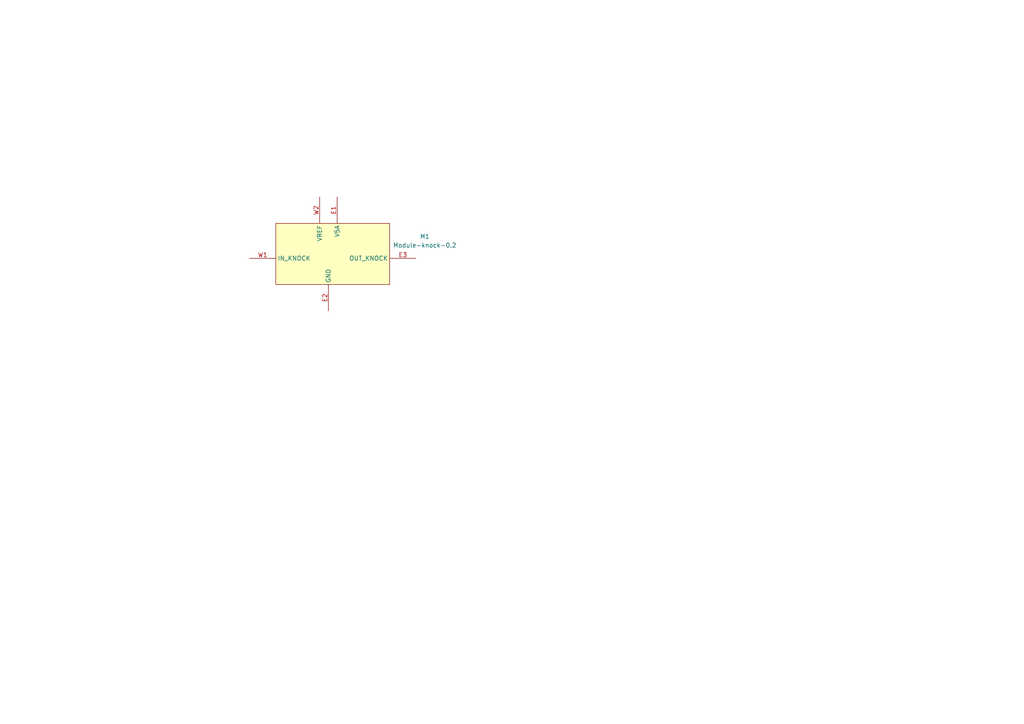
<source format=kicad_sch>
(kicad_sch (version 20231120) (generator "eeschema") (generator_version "8.0")
  (paper "A4")
  (lib_symbols
    (symbol "knock:Module-knock-0.2"
      (property "Reference" "M" (at 0 0 0))
      (property "Value" "Module-knock-0.2" (at 0 0 0))
      (symbol "Module-knock-0.2_1_0"
        (rectangle (start 33.02 0) (end 0 -17.78) (fill (type background)))
        (pin passive line (at 17.78 7.62 270) (length 7.62) (name "V5A") (number "E1"))
        (pin passive line (at 15.24 -25.4 90) (length 7.62) (name "GND") (number "E2"))
        (pin passive line (at 40.64 -10.16 180) (length 7.62) (name "OUT_KNOCK") (number "E3"))
        (pin passive line (at -7.62 -10.16 0) (length 7.62) (name "IN_KNOCK") (number "W1"))
        (pin passive line (at 12.7 7.62 270) (length 7.62) (name "VREF") (number "W2"))
      )
    )
  )
  (symbol (lib_id "knock:Module-knock-0.2") (at 80.01 64.77 0) (unit 1)
    (property "Reference" "M1" (at 123.19 68.6114 0))
    (property "Value" "Module-knock-0.2" (at 123.19 71.1514 0))
    (property "Footprint" "hellen-one-knock-0.2:knock" (effects (hide yes)))
    (property "Description" "Hellen-One Knock Pre-amplifier Module" (effects (hide yes)))
  )
)
</source>
